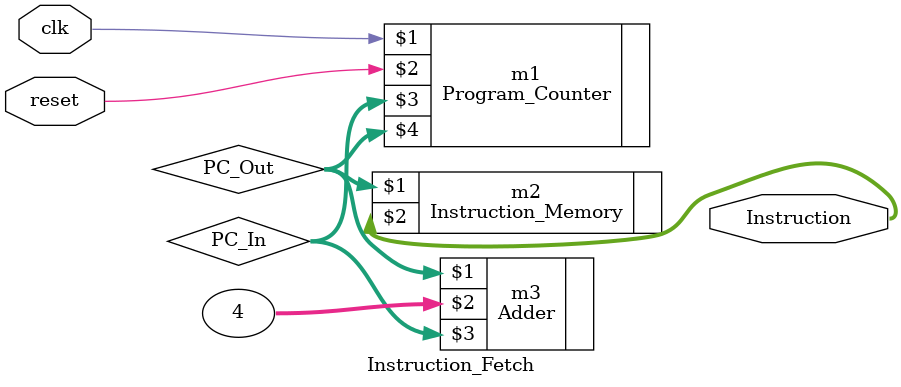
<source format=v>
`timescale 1ns / 1ps

module Instruction_Fetch(
    input clk,
    input reset,
    output [31:0]Instruction
    );
    wire [63:0]PC_In;
    wire [63:0]PC_Out;
    Program_Counter m1(clk, reset, PC_In, PC_Out);
    Instruction_Memory m2(PC_Out, Instruction);
    Adder m3(PC_Out,4,PC_In);
endmodule

</source>
